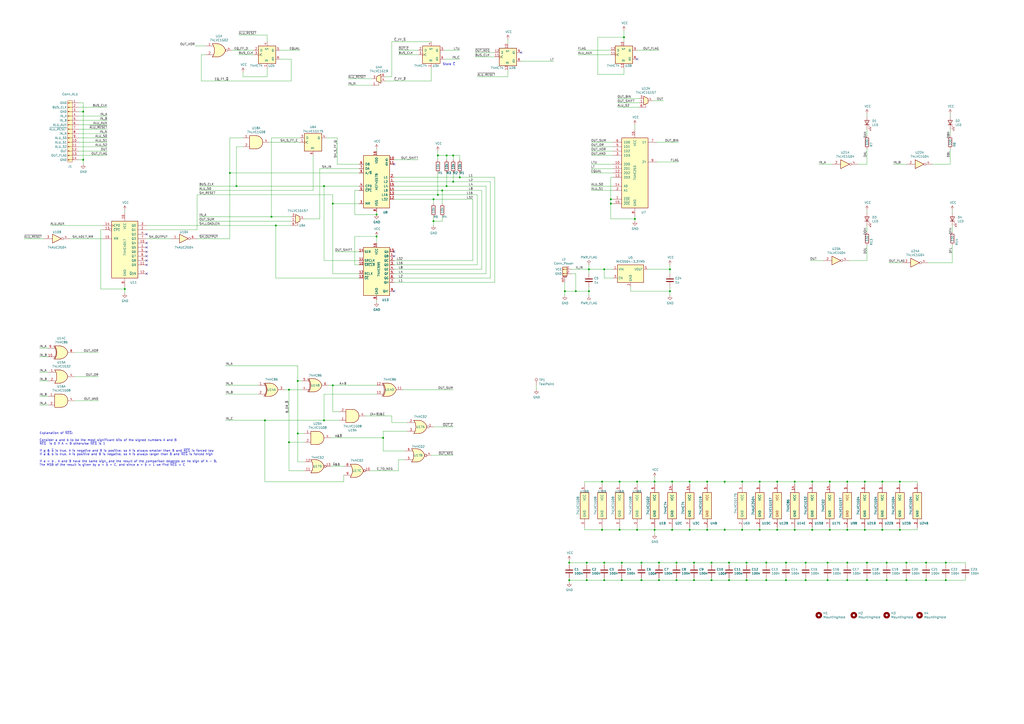
<source format=kicad_sch>
(kicad_sch (version 20211123) (generator eeschema)
  (paper "A2")
  (junction (at 392.43 336.55))
  (junction (at 251.46 128.27))
  (junction (at 266.7 102.87))
  (junction (at 262.89 90.17))
  (junction (at 172.72 220.98))
  (junction (at 410.21 279.4))
  (junction (at 369.57 279.4))
  (junction (at 340.36 336.55))
  (junction (at 341.63 168.91))
  (junction (at 467.36 336.55))
  (junction (at 444.5 326.39))
  (junction (at 511.81 279.4))
  (junction (at 444.5 336.55))
  (junction (at 172.72 251.46))
  (junction (at 537.21 336.55))
  (junction (at 491.49 307.34))
  (junction (at 372.11 336.55))
  (junction (at 400.05 307.34))
  (junction (at 388.62 156.21))
  (junction (at 157.48 125.73))
  (junction (at 330.2 326.39))
  (junction (at 341.63 156.21))
  (junction (at 389.89 279.4))
  (junction (at 440.69 307.34))
  (junction (at 368.3 127))
  (junction (at 392.43 326.39))
  (junction (at 402.59 336.55))
  (junction (at 222.25 254))
  (junction (at 218.44 124.46))
  (junction (at 251.46 115.57))
  (junction (at 359.41 307.34))
  (junction (at 440.69 279.4))
  (junction (at 433.07 326.39))
  (junction (at 187.96 107.95))
  (junction (at 360.68 336.55))
  (junction (at 480.06 326.39))
  (junction (at 187.96 243.84))
  (junction (at 262.89 105.41))
  (junction (at 137.16 107.95))
  (junction (at 340.36 326.39))
  (junction (at 327.66 168.91))
  (junction (at 420.37 307.34))
  (junction (at 471.17 307.34))
  (junction (at 461.01 307.34))
  (junction (at 359.41 279.4))
  (junction (at 430.53 307.34))
  (junction (at 259.08 90.17))
  (junction (at 382.27 336.55))
  (junction (at 461.01 279.4))
  (junction (at 167.64 226.06))
  (junction (at 521.97 279.4))
  (junction (at 402.59 326.39))
  (junction (at 511.81 307.34))
  (junction (at 379.73 279.4))
  (junction (at 382.27 326.39))
  (junction (at 389.89 307.34))
  (junction (at 349.25 307.34))
  (junction (at 167.64 256.54))
  (junction (at 548.64 326.39))
  (junction (at 455.93 326.39))
  (junction (at 350.52 156.21))
  (junction (at 502.92 326.39))
  (junction (at 350.52 326.39))
  (junction (at 379.73 307.34))
  (junction (at 491.49 336.55))
  (junction (at 422.91 326.39))
  (junction (at 491.49 326.39))
  (junction (at 72.39 167.64))
  (junction (at 354.33 118.11))
  (junction (at 133.35 100.33))
  (junction (at 388.62 168.91))
  (junction (at 153.67 243.84))
  (junction (at 502.92 336.55))
  (junction (at 330.2 336.55))
  (junction (at 537.21 326.39))
  (junction (at 525.78 336.55))
  (junction (at 259.08 107.95))
  (junction (at 334.01 168.91))
  (junction (at 525.78 326.39))
  (junction (at 514.35 336.55))
  (junction (at 467.36 326.39))
  (junction (at 481.33 307.34))
  (junction (at 350.52 336.55))
  (junction (at 521.97 307.34))
  (junction (at 471.17 279.4))
  (junction (at 412.75 326.39))
  (junction (at 422.91 336.55))
  (junction (at 360.68 326.39))
  (junction (at 412.75 336.55))
  (junction (at 193.04 223.52))
  (junction (at 514.35 326.39))
  (junction (at 193.04 118.11))
  (junction (at 455.93 336.55))
  (junction (at 400.05 279.4))
  (junction (at 430.53 279.4))
  (junction (at 354.33 115.57))
  (junction (at 254 90.17))
  (junction (at 491.49 279.4))
  (junction (at 369.57 307.34))
  (junction (at 410.21 307.34))
  (junction (at 48.26 64.77))
  (junction (at 372.11 326.39))
  (junction (at 480.06 336.55))
  (junction (at 361.95 21.59))
  (junction (at 256.54 110.49))
  (junction (at 433.07 336.55))
  (junction (at 501.65 279.4))
  (junction (at 218.44 137.16))
  (junction (at 450.85 307.34))
  (junction (at 254 113.03))
  (junction (at 160.02 130.81))
  (junction (at 548.64 336.55))
  (junction (at 48.26 92.71))
  (junction (at 420.37 279.4))
  (junction (at 501.65 307.34))
  (junction (at 481.33 279.4))
  (junction (at 450.85 279.4))
  (junction (at 349.25 279.4))
  (no_connect (at 85.09 140.97))
  (no_connect (at 85.09 146.05))
  (no_connect (at 228.6 168.91))
  (no_connect (at 85.09 153.67))
  (no_connect (at 85.09 135.89))
  (no_connect (at 228.6 146.05))
  (no_connect (at 228.6 95.25))
  (no_connect (at 85.09 148.59))
  (no_connect (at 369.57 34.29))
  (no_connect (at 228.6 148.59))
  (no_connect (at 85.09 143.51))
  (no_connect (at 85.09 158.75))
  (no_connect (at 302.26 30.48))
  (no_connect (at 85.09 151.13))
  (wire (pts (xy 266.7 100.33) (xy 266.7 102.87)))
  (wire (pts (xy 185.42 97.79) (xy 208.28 97.79)))
  (wire (pts (xy 172.72 267.97) (xy 176.53 267.97)))
  (wire (pts (xy 194.31 146.05) (xy 208.28 146.05)))
  (wire (pts (xy 433.07 326.39) (xy 444.5 326.39)))
  (wire (pts (xy 502.92 121.92) (xy 502.92 123.19)))
  (wire (pts (xy 266.7 102.87) (xy 287.02 102.87)))
  (wire (pts (xy 430.53 307.34) (xy 440.69 307.34)))
  (wire (pts (xy 48.26 92.71) (xy 45.72 92.71)))
  (wire (pts (xy 518.16 95.25) (xy 525.78 95.25)))
  (wire (pts (xy 153.67 243.84) (xy 187.96 243.84)))
  (wire (pts (xy 259.08 100.33) (xy 259.08 107.95)))
  (wire (pts (xy 185.42 97.79) (xy 185.42 127)))
  (wire (pts (xy 72.39 167.64) (xy 72.39 170.18)))
  (wire (pts (xy 541.02 95.25) (xy 551.18 95.25)))
  (wire (pts (xy 359.41 279.4) (xy 359.41 280.67)))
  (wire (pts (xy 548.64 327.66) (xy 548.64 326.39)))
  (wire (pts (xy 375.92 156.21) (xy 388.62 156.21)))
  (wire (pts (xy 525.78 326.39) (xy 525.78 327.66)))
  (wire (pts (xy 45.72 67.31) (xy 62.23 67.31)))
  (wire (pts (xy 342.9 97.79) (xy 355.6 97.79)))
  (wire (pts (xy 481.33 279.4) (xy 481.33 280.67)))
  (wire (pts (xy 481.33 307.34) (xy 491.49 307.34)))
  (wire (pts (xy 420.37 279.4) (xy 420.37 280.67)))
  (wire (pts (xy 410.21 279.4) (xy 420.37 279.4)))
  (wire (pts (xy 218.44 86.36) (xy 218.44 87.63)))
  (wire (pts (xy 525.78 336.55) (xy 514.35 336.55)))
  (wire (pts (xy 361.95 21.59) (xy 346.71 21.59)))
  (wire (pts (xy 172.72 251.46) (xy 176.53 251.46)))
  (wire (pts (xy 99.06 138.43) (xy 85.09 138.43)))
  (wire (pts (xy 491.49 326.39) (xy 502.92 326.39)))
  (wire (pts (xy 359.41 306.07) (xy 359.41 307.34)))
  (wire (pts (xy 167.64 226.06) (xy 165.1 226.06)))
  (wire (pts (xy 379.73 279.4) (xy 369.57 279.4)))
  (wire (pts (xy 228.6 110.49) (xy 256.54 110.49)))
  (wire (pts (xy 228.6 107.95) (xy 259.08 107.95)))
  (wire (pts (xy 422.91 326.39) (xy 433.07 326.39)))
  (wire (pts (xy 45.72 64.77) (xy 48.26 64.77)))
  (wire (pts (xy 372.11 336.55) (xy 382.27 336.55)))
  (wire (pts (xy 461.01 307.34) (xy 471.17 307.34)))
  (wire (pts (xy 138.43 31.75) (xy 147.32 31.75)))
  (wire (pts (xy 455.93 335.28) (xy 455.93 336.55)))
  (wire (pts (xy 361.95 21.59) (xy 361.95 24.13)))
  (wire (pts (xy 393.7 93.98) (xy 381 93.98)))
  (wire (pts (xy 560.07 335.28) (xy 560.07 336.55)))
  (wire (pts (xy 369.57 307.34) (xy 379.73 307.34)))
  (wire (pts (xy 40.64 138.43) (xy 59.69 138.43)))
  (wire (pts (xy 350.52 161.29) (xy 350.52 156.21)))
  (wire (pts (xy 410.21 307.34) (xy 420.37 307.34)))
  (wire (pts (xy 492.76 151.13) (xy 502.92 151.13)))
  (wire (pts (xy 340.36 327.66) (xy 340.36 326.39)))
  (wire (pts (xy 342.9 110.49) (xy 355.6 110.49)))
  (wire (pts (xy 346.71 21.59) (xy 346.71 43.18)))
  (wire (pts (xy 262.89 100.33) (xy 262.89 105.41)))
  (wire (pts (xy 157.48 80.01) (xy 157.48 125.73)))
  (wire (pts (xy 275.59 30.48) (xy 287.02 30.48)))
  (wire (pts (xy 474.98 95.25) (xy 482.6 95.25)))
  (wire (pts (xy 251.46 128.27) (xy 251.46 130.81)))
  (wire (pts (xy 379.73 307.34) (xy 389.89 307.34)))
  (wire (pts (xy 231.14 273.05) (xy 231.14 266.7)))
  (wire (pts (xy 22.86 220.98) (xy 27.94 220.98)))
  (wire (pts (xy 502.92 74.93) (xy 502.92 78.74)))
  (wire (pts (xy 552.45 130.81) (xy 552.45 134.62)))
  (wire (pts (xy 372.11 326.39) (xy 360.68 326.39)))
  (wire (pts (xy 360.68 336.55) (xy 372.11 336.55)))
  (wire (pts (xy 379.73 279.4) (xy 389.89 279.4)))
  (wire (pts (xy 491.49 280.67) (xy 491.49 279.4)))
  (wire (pts (xy 491.49 279.4) (xy 501.65 279.4)))
  (wire (pts (xy 480.06 335.28) (xy 480.06 336.55)))
  (wire (pts (xy 379.73 276.86) (xy 379.73 279.4)))
  (wire (pts (xy 45.72 77.47) (xy 62.23 77.47)))
  (wire (pts (xy 167.64 226.06) (xy 175.26 226.06)))
  (wire (pts (xy 379.73 309.88) (xy 379.73 307.34)))
  (wire (pts (xy 334.01 168.91) (xy 341.63 168.91)))
  (wire (pts (xy 162.56 29.21) (xy 173.99 29.21)))
  (wire (pts (xy 133.35 80.01) (xy 133.35 100.33)))
  (wire (pts (xy 420.37 279.4) (xy 430.53 279.4)))
  (wire (pts (xy 222.25 254) (xy 222.25 261.62)))
  (wire (pts (xy 511.81 307.34) (xy 511.81 306.07)))
  (wire (pts (xy 193.04 118.11) (xy 208.28 118.11)))
  (wire (pts (xy 116.84 31.75) (xy 119.38 31.75)))
  (wire (pts (xy 62.23 72.39) (xy 45.72 72.39)))
  (wire (pts (xy 62.23 62.23) (xy 45.72 62.23)))
  (wire (pts (xy 228.6 153.67) (xy 276.86 153.67)))
  (wire (pts (xy 114.3 113.03) (xy 193.04 113.03)))
  (wire (pts (xy 173.99 80.01) (xy 157.48 80.01)))
  (wire (pts (xy 327.66 163.83) (xy 327.66 168.91)))
  (wire (pts (xy 212.09 241.3) (xy 227.33 241.3)))
  (wire (pts (xy 491.49 279.4) (xy 481.33 279.4)))
  (wire (pts (xy 514.35 336.55) (xy 502.92 336.55)))
  (wire (pts (xy 552.45 121.92) (xy 552.45 123.19)))
  (wire (pts (xy 57.15 218.44) (xy 43.18 218.44)))
  (wire (pts (xy 201.93 45.72) (xy 215.9 45.72)))
  (wire (pts (xy 227.33 44.45) (xy 227.33 24.13)))
  (wire (pts (xy 342.9 100.33) (xy 355.6 100.33)))
  (wire (pts (xy 58.42 167.64) (xy 72.39 167.64)))
  (wire (pts (xy 27.94 234.95) (xy 22.86 234.95)))
  (wire (pts (xy 153.67 243.84) (xy 153.67 279.4)))
  (wire (pts (xy 440.69 306.07) (xy 440.69 307.34)))
  (wire (pts (xy 340.36 335.28) (xy 340.36 336.55)))
  (wire (pts (xy 410.21 306.07) (xy 410.21 307.34)))
  (wire (pts (xy 140.97 85.09) (xy 137.16 85.09)))
  (wire (pts (xy 388.62 153.67) (xy 388.62 156.21)))
  (wire (pts (xy 276.86 44.45) (xy 294.64 44.45)))
  (wire (pts (xy 440.69 279.4) (xy 450.85 279.4)))
  (wire (pts (xy 115.57 125.73) (xy 157.48 125.73)))
  (wire (pts (xy 193.04 223.52) (xy 193.04 238.76)))
  (wire (pts (xy 228.6 105.41) (xy 262.89 105.41)))
  (wire (pts (xy 157.48 125.73) (xy 168.91 125.73)))
  (wire (pts (xy 450.85 306.07) (xy 450.85 307.34)))
  (wire (pts (xy 422.91 336.55) (xy 433.07 336.55)))
  (wire (pts (xy 330.2 325.12) (xy 330.2 326.39)))
  (wire (pts (xy 514.35 335.28) (xy 514.35 336.55)))
  (wire (pts (xy 502.92 326.39) (xy 514.35 326.39)))
  (wire (pts (xy 400.05 306.07) (xy 400.05 307.34)))
  (wire (pts (xy 422.91 327.66) (xy 422.91 326.39)))
  (wire (pts (xy 256.54 118.11) (xy 256.54 110.49)))
  (wire (pts (xy 491.49 307.34) (xy 491.49 306.07)))
  (wire (pts (xy 262.89 90.17) (xy 266.7 90.17)))
  (wire (pts (xy 187.96 243.84) (xy 196.85 243.84)))
  (wire (pts (xy 294.64 44.45) (xy 294.64 40.64)))
  (wire (pts (xy 62.23 74.93) (xy 45.72 74.93)))
  (wire (pts (xy 410.21 280.67) (xy 410.21 279.4)))
  (wire (pts (xy 45.72 85.09) (xy 62.23 85.09)))
  (wire (pts (xy 422.91 335.28) (xy 422.91 336.55)))
  (wire (pts (xy 511.81 279.4) (xy 521.97 279.4)))
  (wire (pts (xy 262.89 105.41) (xy 284.48 105.41)))
  (wire (pts (xy 222.25 250.19) (xy 236.22 250.19)))
  (wire (pts (xy 173.99 82.55) (xy 156.21 82.55)))
  (wire (pts (xy 412.75 335.28) (xy 412.75 336.55)))
  (wire (pts (xy 133.35 100.33) (xy 208.28 100.33)))
  (wire (pts (xy 340.36 326.39) (xy 350.52 326.39)))
  (wire (pts (xy 521.97 307.34) (xy 521.97 306.07)))
  (wire (pts (xy 359.41 307.34) (xy 369.57 307.34)))
  (wire (pts (xy 402.59 336.55) (xy 412.75 336.55)))
  (wire (pts (xy 389.89 307.34) (xy 400.05 307.34)))
  (wire (pts (xy 187.96 151.13) (xy 208.28 151.13)))
  (wire (pts (xy 254 90.17) (xy 254 87.63)))
  (wire (pts (xy 388.62 168.91) (xy 388.62 166.37)))
  (wire (pts (xy 370.84 59.69) (xy 358.14 59.69)))
  (wire (pts (xy 514.35 326.39) (xy 525.78 326.39)))
  (wire (pts (xy 256.54 125.73) (xy 256.54 128.27)))
  (wire (pts (xy 360.68 327.66) (xy 360.68 326.39)))
  (wire (pts (xy 251.46 115.57) (xy 251.46 118.11)))
  (wire (pts (xy 388.62 171.45) (xy 388.62 168.91)))
  (wire (pts (xy 400.05 307.34) (xy 410.21 307.34)))
  (wire (pts (xy 501.65 307.34) (xy 511.81 307.34)))
  (wire (pts (xy 349.25 279.4) (xy 349.25 280.67)))
  (wire (pts (xy 378.46 58.42) (xy 384.81 58.42)))
  (wire (pts (xy 365.76 166.37) (xy 365.76 168.91)))
  (wire (pts (xy 115.57 107.95) (xy 137.16 107.95)))
  (wire (pts (xy 311.15 223.52) (xy 311.15 226.06)))
  (wire (pts (xy 532.13 307.34) (xy 532.13 306.07)))
  (wire (pts (xy 274.32 115.57) (xy 251.46 115.57)))
  (wire (pts (xy 525.78 335.28) (xy 525.78 336.55)))
  (wire (pts (xy 502.92 66.04) (xy 502.92 67.31)))
  (wire (pts (xy 154.94 24.13) (xy 154.94 20.32)))
  (wire (pts (xy 62.23 90.17) (xy 45.72 90.17)))
  (wire (pts (xy 342.9 90.17) (xy 355.6 90.17)))
  (wire (pts (xy 480.06 326.39) (xy 491.49 326.39)))
  (wire (pts (xy 193.04 238.76) (xy 196.85 238.76)))
  (wire (pts (xy 130.81 212.09) (xy 172.72 212.09)))
  (wire (pts (xy 262.89 226.06) (xy 233.68 226.06)))
  (wire (pts (xy 160.02 130.81) (xy 160.02 161.29)))
  (wire (pts (xy 215.9 49.53) (xy 201.93 49.53)))
  (wire (pts (xy 330.2 326.39) (xy 340.36 326.39)))
  (wire (pts (xy 350.52 156.21) (xy 355.6 156.21)))
  (wire (pts (xy 195.58 95.25) (xy 208.28 95.25)))
  (wire (pts (xy 502.92 142.24) (xy 502.92 151.13)))
  (wire (pts (xy 368.3 127) (xy 354.33 127)))
  (wire (pts (xy 491.49 327.66) (xy 491.49 326.39)))
  (wire (pts (xy 57.15 204.47) (xy 43.18 204.47)))
  (wire (pts (xy 114.3 138.43) (xy 133.35 138.43)))
  (wire (pts (xy 222.25 254) (xy 222.25 250.19)))
  (wire (pts (xy 471.17 280.67) (xy 471.17 279.4)))
  (wire (pts (xy 551.18 74.93) (xy 551.18 78.74)))
  (wire (pts (xy 355.6 115.57) (xy 354.33 115.57)))
  (wire (pts (xy 420.37 306.07) (xy 420.37 307.34)))
  (wire (pts (xy 262.89 247.65) (xy 251.46 247.65)))
  (wire (pts (xy 355.6 87.63) (xy 342.9 87.63)))
  (wire (pts (xy 195.58 80.01) (xy 195.58 95.25)))
  (wire (pts (xy 205.74 137.16) (xy 218.44 137.16)))
  (wire (pts (xy 276.86 153.67) (xy 276.86 113.03)))
  (wire (pts (xy 116.84 46.99) (xy 116.84 31.75)))
  (wire (pts (xy 402.59 327.66) (xy 402.59 326.39)))
  (wire (pts (xy 154.94 44.45) (xy 154.94 39.37)))
  (wire (pts (xy 137.16 107.95) (xy 187.96 107.95)))
  (wire (pts (xy 365.76 168.91) (xy 388.62 168.91)))
  (wire (pts (xy 274.32 115.57) (xy 274.32 151.13)))
  (wire (pts (xy 551.18 86.36) (xy 551.18 95.25)))
  (wire (pts (xy 537.21 326.39) (xy 548.64 326.39)))
  (wire (pts (xy 379.73 279.4) (xy 379.73 280.67)))
  (wire (pts (xy 379.73 306.07) (xy 379.73 307.34)))
  (wire (pts (xy 149.86 223.52) (xy 130.81 223.52)))
  (wire (pts (xy 538.48 152.4) (xy 552.45 152.4)))
  (wire (pts (xy 191.77 254) (xy 222.25 254)))
  (wire (pts (xy 162.56 34.29) (xy 168.91 34.29)))
  (wire (pts (xy 420.37 307.34) (xy 430.53 307.34)))
  (wire (pts (xy 330.2 335.28) (xy 330.2 336.55)))
  (wire (pts (xy 199.39 279.4) (xy 199.39 275.59)))
  (wire (pts (xy 189.23 80.01) (xy 195.58 80.01)))
  (wire (pts (xy 349.25 306.07) (xy 349.25 307.34)))
  (wire (pts (xy 331.47 156.21) (xy 341.63 156.21)))
  (wire (pts (xy 368.3 72.39) (xy 368.3 74.93)))
  (wire (pts (xy 467.36 336.55) (xy 455.93 336.55)))
  (wire (pts (xy 222.25 261.62) (xy 234.95 261.62)))
  (wire (pts (xy 48.26 95.25) (xy 48.26 92.71)))
  (wire (pts (xy 372.11 327.66) (xy 372.11 326.39)))
  (wire (pts (xy 181.61 110.49) (xy 181.61 90.17)))
  (wire (pts (xy 480.06 336.55) (xy 467.36 336.55)))
  (wire (pts (xy 256.54 110.49) (xy 279.4 110.49)))
  (wire (pts (xy 153.67 279.4) (xy 199.39 279.4)))
  (wire (pts (xy 430.53 280.67) (xy 430.53 279.4)))
  (wire (pts (xy 62.23 69.85) (xy 45.72 69.85)))
  (wire (pts (xy 491.49 307.34) (xy 501.65 307.34)))
  (wire (pts (xy 491.49 336.55) (xy 480.06 336.55)))
  (wire (pts (xy 501.65 279.4) (xy 511.81 279.4)))
  (wire (pts (xy 368.3 127) (xy 368.3 128.27)))
  (wire (pts (xy 205.74 153.67) (xy 205.74 137.16)))
  (wire (pts (xy 250.19 39.37) (xy 250.19 46.99)))
  (wire (pts (xy 382.27 335.28) (xy 382.27 336.55)))
  (wire (pts (xy 389.89 306.07) (xy 389.89 307.34)))
  (wire (pts (xy 187.96 243.84) (xy 187.96 228.6)))
  (wire (pts (xy 242.57 92.71) (xy 228.6 92.71)))
  (wire (pts (xy 176.53 127) (xy 185.42 127)))
  (wire (pts (xy 176.53 256.54) (xy 167.64 256.54)))
  (wire (pts (xy 22.86 229.87) (xy 27.94 229.87)))
  (wire (pts (xy 339.09 307.34) (xy 349.25 307.34)))
  (wire (pts (xy 400.05 279.4) (xy 410.21 279.4)))
  (wire (pts (xy 412.75 336.55) (xy 422.91 336.55)))
  (wire (pts (xy 355.6 82.55) (xy 342.9 82.55)))
  (wire (pts (xy 433.07 336.55) (xy 433.07 335.28)))
  (wire (pts (xy 350.52 327.66) (xy 350.52 326.39)))
  (wire (pts (xy 13.97 138.43) (xy 25.4 138.43)))
  (wire (pts (xy 218.44 137.16) (xy 218.44 140.97)))
  (wire (pts (xy 154.94 20.32) (xy 138.43 20.32)))
  (wire (pts (xy 27.94 215.9) (xy 22.86 215.9)))
  (wire (pts (xy 392.43 326.39) (xy 392.43 327.66)))
  (wire (pts (xy 242.57 29.21) (xy 231.14 29.21)))
  (wire (pts (xy 251.46 125.73) (xy 251.46 128.27)))
  (wire (pts (xy 228.6 156.21) (xy 279.4 156.21)))
  (wire (pts (xy 349.25 279.4) (xy 339.09 279.4)))
  (wire (pts (xy 521.97 307.34) (xy 532.13 307.34)))
  (wire (pts (xy 114.3 133.35) (xy 114.3 113.03)))
  (wire (pts (xy 369.57 279.4) (xy 369.57 280.67)))
  (wire (pts (xy 521.97 279.4) (xy 532.13 279.4)))
  (wire (pts (xy 444.5 326.39) (xy 444.5 327.66)))
  (wire (pts (xy 361.95 17.78) (xy 361.95 21.59)))
  (wire (pts (xy 228.6 113.03) (xy 254 113.03)))
  (wire (pts (xy 461.01 306.07) (xy 461.01 307.34)))
  (wire (pts (xy 511.81 279.4) (xy 511.81 280.67)))
  (wire (pts (xy 354.33 118.11) (xy 355.6 118.11)))
  (wire (pts (xy 254 90.17) (xy 259.08 90.17)))
  (wire (pts (xy 160.02 130.81) (xy 168.91 130.81)))
  (wire (pts (xy 560.07 327.66) (xy 560.07 326.39)))
  (wire (pts (xy 402.59 326.39) (xy 412.75 326.39)))
  (wire (pts (xy 167.64 256.54) (xy 167.64 273.05)))
  (wire (pts (xy 471.17 279.4) (xy 481.33 279.4)))
  (wire (pts (xy 228.6 151.13) (xy 274.32 151.13)))
  (wire (pts (xy 228.6 102.87) (xy 266.7 102.87)))
  (wire (pts (xy 440.69 279.4) (xy 440.69 280.67)))
  (wire (pts (xy 119.38 26.67) (xy 113.03 26.67)))
  (wire (pts (xy 537.21 336.55) (xy 525.78 336.55)))
  (wire (pts (xy 548.64 326.39) (xy 560.07 326.39)))
  (wire (pts (xy 250.19 264.16) (xy 262.89 264.16)))
  (wire (pts (xy 392.43 335.28) (xy 392.43 336.55)))
  (wire (pts (xy 471.17 306.07) (xy 471.17 307.34)))
  (wire (pts (xy 193.04 223.52) (xy 218.44 223.52)))
  (wire (pts (xy 115.57 110.49) (xy 181.61 110.49)))
  (wire (pts (xy 331.47 158.75) (xy 334.01 158.75)))
  (wire (pts (xy 133.35 100.33) (xy 133.35 138.43)))
  (wire (pts (xy 208.28 153.67) (xy 205.74 153.67)))
  (wire (pts (xy 514.35 327.66) (xy 514.35 326.39)))
  (wire (pts (xy 223.52 44.45) (xy 227.33 44.45)))
  (wire (pts (xy 372.11 335.28) (xy 372.11 336.55)))
  (wire (pts (xy 369.57 306.07) (xy 369.57 307.34)))
  (wire (pts (xy 450.85 279.4) (xy 450.85 280.67)))
  (wire (pts (xy 330.2 326.39) (xy 330.2 327.66)))
  (wire (pts (xy 327.66 168.91) (xy 334.01 168.91)))
  (wire (pts (xy 440.69 307.34) (xy 450.85 307.34)))
  (wire (pts (xy 342.9 107.95) (xy 355.6 107.95)))
  (wire (pts (xy 231.14 31.75) (xy 242.57 31.75)))
  (wire (pts (xy 501.65 279.4) (xy 501.65 280.67)))
  (wire (pts (xy 515.62 152.4) (xy 523.24 152.4)))
  (wire (pts (xy 361.95 43.18) (xy 361.95 39.37)))
  (wire (pts (xy 341.63 156.21) (xy 350.52 156.21)))
  (wire (pts (xy 354.33 102.87) (xy 354.33 115.57)))
  (wire (pts (xy 27.94 201.93) (xy 22.86 201.93)))
  (wire (pts (xy 502.92 130.81) (xy 502.92 134.62)))
  (wire (pts (xy 168.91 46.99) (xy 116.84 46.99)))
  (wire (pts (xy 218.44 124.46) (xy 218.44 123.19)))
  (wire (pts (xy 382.27 29.21) (xy 369.57 29.21)))
  (wire (pts (xy 62.23 87.63) (xy 45.72 87.63)))
  (wire (pts (xy 257.81 29.21) (xy 266.7 29.21)))
  (wire (pts (xy 537.21 326.39) (xy 537.21 327.66)))
  (wire (pts (xy 140.97 41.91) (xy 140.97 44.45)))
  (wire (pts (xy 218.44 173.99) (xy 218.44 175.26)))
  (wire (pts (xy 250.19 24.13) (xy 227.33 24.13)))
  (wire (pts (xy 59.69 133.35) (xy 58.42 133.35)))
  (wire (pts (xy 214.63 273.05) (xy 231.14 273.05)))
  (wire (pts (xy 205.74 110.49) (xy 205.74 124.46)))
  (wire (pts (xy 370.84 57.15) (xy 358.14 57.15)))
  (wire (pts (xy 231.14 266.7) (xy 234.95 266.7)))
  (wire (pts (xy 511.81 307.34) (xy 521.97 307.34)))
  (wire (pts (xy 190.5 223.52) (xy 193.04 223.52)))
  (wire (pts (xy 354.33 29.21) (xy 335.28 29.21)))
  (wire (pts (xy 58.42 133.35) (xy 58.42 167.64)))
  (wire (pts (xy 350.52 336.55) (xy 360.68 336.55)))
  (wire (pts (xy 444.5 326.39) (xy 455.93 326.39)))
  (wire (pts (xy 389.89 280.67) (xy 389.89 279.4)))
  (wire (pts (xy 294.64 22.86) (xy 294.64 25.4)))
  (wire (pts (xy 130.81 243.84) (xy 153.67 243.84)))
  (wire (pts (xy 228.6 115.57) (xy 251.46 115.57)))
  (wire (pts (xy 444.5 336.55) (xy 444.5 335.28)))
  (wire (pts (xy 187.96 107.95) (xy 208.28 107.95)))
  (wire (pts (xy 335.28 31.75) (xy 354.33 31.75)))
  (wire (pts (xy 430.53 279.4) (xy 440.69 279.4)))
  (wire (pts (xy 48.26 64.77) (xy 48.26 92.71)))
  (wire (pts (xy 481.33 306.07) (xy 481.33 307.34)))
  (wire (pts (xy 560.07 336.55) (xy 548.64 336.55)))
  (wire (pts (xy 355.6 161.29) (xy 350.52 161.29)))
  (wire (pts (xy 368.3 125.73) (xy 368.3 127)))
  (wire (pts (xy 341.63 158.75) (xy 341.63 156.21)))
  (wire (pts (xy 149.86 228.6) (xy 130.81 228.6)))
  (wire (pts (xy 354.33 127) (xy 354.33 118.11)))
  (wire (pts (xy 461.01 279.4) (xy 471.17 279.4)))
  (wire (pts (xy 552.45 142.24) (xy 552.45 152.4)))
  (wire (pts (xy 450.85 307.34) (xy 461.01 307.34)))
  (wire (pts (xy 72.39 167.64) (xy 72.39 166.37)))
  (wire (pts (xy 172.72 220.98) (xy 172.72 251.46)))
  (wire (pts (xy 57.15 232.41) (xy 43.18 232.41)))
  (wire (pts (xy 114.3 133.35) (xy 85.09 133.35)))
  (wire (pts (xy 346.71 43.18) (xy 361.95 43.18)))
  (wire (pts (xy 287.02 163.83) (xy 287.02 102.87)))
  (wire (pts (xy 302.26 35.56) (xy 321.31 35.56)))
  (wire (pts (xy 167.64 273.05) (xy 176.53 273.05)))
  (wire (pts (xy 193.04 113.03) (xy 193.04 118.11)))
  (wire (pts (xy 334.01 158.75) (xy 334.01 168.91)))
  (wire (pts (xy 172.72 251.46) (xy 172.72 267.97)))
  (wire (pts (xy 262.89 92.71) (xy 262.89 90.17)))
  (wire (pts (xy 455.93 336.55) (xy 444.5 336.55)))
  (wire (pts (xy 355.6 102.87) (xy 354.33 102.87)))
  (wire (pts (xy 187.96 107.95) (xy 187.96 151.13)))
  (wire (pts (xy 455.93 326.39) (xy 467.36 326.39)))
  (wire (pts (xy 392.43 326.39) (xy 402.59 326.39)))
  (wire (pts (xy 359.41 279.4) (xy 349.25 279.4)))
  (wire (pts (xy 480.06 327.66) (xy 480.06 326.39)))
  (wire (pts (xy 254 113.03) (xy 276.86 113.03)))
  (wire (pts (xy 330.2 336.55) (xy 330.2 337.82)))
  (wire (pts (xy 259.08 90.17) (xy 262.89 90.17)))
  (wire (pts (xy 45.72 59.69) (xy 48.26 59.69)))
  (wire (pts (xy 259.08 92.71) (xy 259.08 90.17)))
  (wire (pts (xy 327.66 168.91) (xy 327.66 171.45)))
  (wire (pts (xy 342.9 85.09) (xy 355.6 85.09)))
  (wire (pts (xy 400.05 280.67) (xy 400.05 279.4)))
  (wire (pts (xy 205.74 124.46) (xy 218.44 124.46)))
  (wire (pts (xy 193.04 158.75) (xy 208.28 158.75)))
  (wire (pts (xy 532.13 279.4) (xy 532.13 280.67)))
  (wire (pts (xy 467.36 326.39) (xy 480.06 326.39)))
  (wire (pts (xy 72.39 121.92) (xy 72.39 123.19)))
  (wire (pts (xy 350.52 326.39) (xy 360.68 326.39)))
  (wire (pts (xy 502.92 336.55) (xy 491.49 336.55)))
  (wire (pts (xy 341.63 153.67) (xy 341.63 156.21)))
  (wire (pts (xy 370.84 62.23) (xy 358.14 62.23)))
  (wire (pts (xy 342.9 95.25) (xy 355.6 95.25)))
  (wire (pts (xy 402.59 335.28) (xy 402.59 336.55)))
  (wire (pts (xy 254 92.71) (xy 254 90.17)))
  (wire (pts (xy 551.18 66.04) (xy 551.18 67.31)))
  (wire (pts (xy 392.43 336.55) (xy 402.59 336.55)))
  (wire (pts (xy 140.97 44.45) (xy 154.94 44.45)))
  (wire (pts (xy 521.97 279.4) (xy 521.97 280.67)))
  (wire (pts (xy 461.01 280.67) (xy 461.01 279.4)))
  (wire (pts (xy 502.92 327.66) (xy 502.92 326.39)))
  (wire (pts (xy 259.08 107.95) (xy 281.94 107.95)))
  (wire (pts (xy 160.02 161.29) (xy 208.28 161.29)))
  (wire (pts (xy 548.64 335.28) (xy 548.64 336.55)))
  (wire (pts (xy 137.16 85.09) (xy 137.16 107.95)))
  (wire (pts (xy 254 113.03) (xy 254 100.33)))
  (wire (pts (xy 266.7 90.17) (xy 266.7 92.71)))
  (wire (pts (xy 471.17 307.34) (xy 481.33 307.34)))
  (wire (pts (xy 349.25 307.34) (xy 359.41 307.34)))
  (wire (pts (xy 360.68 335.28) (xy 360.68 336.55)))
  (wire (pts (xy 191.77 270.51) (xy 199.39 270.51)))
  (wire (pts (xy 45.72 80.01) (xy 62.23 80.01)))
  (wire (pts (xy 389.89 279.4) (xy 400.05 279.4)))
  (wire (pts (xy 341.63 171.45) (xy 341.63 168.91)))
  (wire (pts (xy 455.93 327.66) (xy 455.93 326.39)))
  (wire (pts (xy 227.33 241.3) (xy 227.33 245.11)))
  (wire (pts (xy 501.65 307.34) (xy 501.65 306.07)))
  (wire (pts (xy 134.62 29.21) (xy 147.32 29.21)))
  (wire (pts (xy 48.26 59.69) (xy 48.26 64.77)))
  (wire (pts (xy 193.04 118.11) (xy 193.04 158.75)))
  (wire (pts (xy 412.75 327.66) (xy 412.75 326.39)))
  (wire (pts (xy 115.57 128.27) (xy 168.91 128.27)))
  (wire (pts (xy 266.7 34.29) (xy 257.81 34.29)))
  (wire (pts (xy 140.97 80.01) (xy 133.35 80.01)))
  (wire (pts (xy 548.64 336.55) (xy 537.21 336.55)))
  (wire (pts (xy 469.9 151.13) (xy 477.52 151.13)))
  (wire (pts (xy 228.6 158.75) (xy 281.94 158.75)))
  (wire (pts (xy 382.27 336.55) (xy 392.43 336.55)))
  (wire (pts (xy 491.49 335.28) (xy 491.49 336.55)))
  (wire (pts (xy 497.84 95.25) (xy 502.92 95.25)))
  (wire (pts (xy 388.62 156.21) (xy 388.62 158.75)))
  (wire (pts (xy 450.85 279.4) (xy 461.01 279.4)))
  (wire (pts (xy 382.27 326.39) (xy 382.27 327.66)))
  (wire (pts (xy 354.33 115.57) (xy 354.33 118.11)))
  (wire (pts (xy 228.6 163.83) (xy 287.02 163.83)))
  (wire (pts (xy 433.07 336.55) (xy 444.5 336.55)))
  (wire (pts (xy 430.53 306.07) (xy 430.53 307.34)))
  (wire (pts (xy 350.52 335.28) (xy 350.52 336.55)))
  (wire (pts (xy 281.94 158.75) (xy 281.94 107.95)))
  (wire (pts (xy 525.78 326.39) (xy 537.21 326.39)))
  (wire (pts (xy 187.96 228.6) (xy 218.44 228.6)))
  (wire (pts (xy 467.36 327.66) (xy 467.36 326.39)))
  (wire (pts (xy 339.09 279.4) (xy 339.09 280.67)))
  (wire (pts (xy 369.57 279.4) (xy 359.41 279.4)))
  (wire (pts (xy 172.72 220.98) (xy 175.26 220.98)))
  (wire (pts (xy 537.21 335.28) (xy 537.21 336.55)))
  (wire (pts (xy 382.27 326.39) (xy 392.43 326.39)))
  (wire (pts (xy 227.33 245.11) (xy 236.22 245.11)))
  (wire (pts (xy 412.75 326.39) (xy 422.91 326.39)))
  (wire (pts (xy 251.46 128.27) (xy 256.54 128.27)))
  (wire (pts (xy 275.59 33.02) (xy 287.02 33.02)))
  (wire (pts (xy 393.7 82.55) (xy 381 82.55)))
  (wire (pts (xy 167.64 256.54) (xy 167.64 226.06)))
  (wire (pts (xy 330.2 336.55) (xy 340.36 336.55)))
  (wire (pts (xy 85.09 130.81) (xy 160.02 130.81)))
  (wire (pts (xy 208.28 110.49) (xy 205.74 110.49)))
  (wire (pts (xy 502.92 86.36) (xy 502.92 95.25)))
  (wire (pts (xy 467.36 335.28) (xy 467.36 336.55)))
  (wire (pts (xy 172.72 212.09) (xy 172.72 220.98)))
  (wire (pts (xy 502.92 335.28) (xy 502.92 336.55)))
  (wire (pts (xy 372.11 326.39) (xy 382.27 326.39)))
  (wire (pts (xy 284.48 105.41) (xy 284.48 161.29)))
  (wire (pts (xy 22.86 207.01) (xy 27.94 207.01)))
  (wire (pts (xy 340.36 336.55) (xy 350.52 336.55)))
  (wire (pts (xy 223.52 46.99) (xy 250.19 46.99)))
  (wire (pts (xy 228.6 161.29) (xy 284.48 161.29)))
  (wire (pts (xy 339.09 306.07) (xy 339.09 307.34)))
  (wire (pts (xy 433.07 326.39) (xy 433.07 327.66)))
  (wire (pts (xy 168.91 34.29) (xy 168.91 46.99)))
  (wire (pts (xy 341.63 168.91) (xy 341.63 166.37)))
  (wire (pts (xy 279.4 110.49) (xy 279.4 156.21)))
  (wire (pts (xy 29.21 130.81) (xy 59.69 130.81)))
  (wire (pts (xy 62.23 82.55) (xy 45.72 82.55)))
  (text "For LT/LTU:\n1. Set (S2 S1 S0) = (1 0 U)  (LTU/LT)\n2. Calculate A-B (keep IN_N high)\n3. Clock out one cycle\n4. Set (S2 S1 S0) = (1 0 0)  (LTU) and pull ~{ALU_RESET} low\n5. Clock out 31 cycles" (at 381 -21.59 0) (effects (font (size 1.27 1.27)) (justify left bottom)))
  (text "Store ~{C}" (at 264.16 38.1 180) (effects (font (size 1.27 1.27)) (justify right bottom)))
  (text "For SLL/SRL/SRA:\n1. Calculate 31 -/+/+ s with SH_LOADLEN asserted\n2. Set ~{SH_RESET} low for 1 clock cycle\n3. Clock in RS1 with SH_LOADLEN deasserted\n4. Clock out result with ~{SH_OUTPUT} low" (at 386.08 -1.27 0) (effects (font (size 1.27 1.27)) (justify left bottom)))
  (text "S2 S1 S0\n------------\n0  0  0  Add/Sub\n0  0  1  Or\n0  1  0  Xor\n0  1  1  And\n1  0  0  LTU\n1  0  1  LT\n1  1  0  SLL/SRL\n1  1  1  SRA\n\n   0  0  LTU\n   0  1  LT\n   1  0  EQUAL" (at 314.96 -13.97 0) (effects (font (size 1.27 1.27)) (justify left bottom)))
  (text "For flags:\n1. Calculate A-B\nLet ALU_AUX tick one cycle" (at 378.46 -41.91 0) (effects (font (size 1.27 1.27)) (justify left bottom)))
  (text "Explanation of ~{NEG}:\n\nConsider a and b to be the most significant bits of the signed numbers A and B\n~{NEG}  is 0 if A < B otherwise ~{NEG} is 1\n\nIf a & ~{b} is true, A is negative and B is positive, so A is always smaller than B and ~{NEG} is forced low\nIf ~{a} & b is true, A is positive and B is negative, so A is always larger than B and ~{NEG} is forced high\n\nIf a = b , A and B have the same sign, and the result of the comparison depends on he sign of A - B.\nThe MSB of the result is given by a + ~{b} + C, and since a + ~{b} = 1 we find ~{NEG} = C" (at 22.86 270.51 0) (effects (font (size 1.27 1.27)) (justify left bottom)))
  (text "Start ALU by deasserting ~{ALU_RESET} for 1 clock cycle" (at 226.06 -12.7 0) (effects (font (size 1.27 1.27)) (justify left bottom)))
  (label "L2" (at 233.68 161.29 180))
  (label "~{ALU_RESET}" (at 138.43 20.32 0))
  (label "LT" (at 342.9 97.79 0))
  (label "ALU_S1" (at 62.23 82.55 180))
  (label "L8" (at 233.68 156.21 180))
  (label "IN_N" (at 130.81 223.52 0))
  (label "IN_A" (at 22.86 215.9 0))
  (label "L1" (at 274.32 102.87 180))
  (label "IN_A" (at 22.86 234.95 0))
  (label "~{OUT_C}" (at 262.89 247.65 180))
  (label "LT" (at 321.31 35.56 180))
  (label "OUT" (at 62.23 87.63 180))
  (label "ALU_S1" (at 342.9 110.49 0))
  (label "ALU_S0" (at 62.23 80.01 180))
  (label "OUT_FLAG" (at 62.23 90.17 180))
  (label "B_OR_~{B}" (at 167.64 232.41 270))
  (label "SH_OUTPUT" (at 86.36 138.43 0))
  (label "BUS_CLK" (at 138.43 31.75 0))
  (label "IN_N" (at 201.93 49.53 0))
  (label "IN_B" (at 62.23 69.85 180))
  (label "OUT_OR" (at 57.15 218.44 180))
  (label "IN_A" (at 474.98 95.25 0))
  (label "SH_S_FF_Q" (at 195.58 81.28 270))
  (label "OUT_SHIFT" (at 358.14 59.69 0))
  (label "L32" (at 274.32 115.57 180))
  (label "L16" (at 274.32 113.03 180))
  (label "L16" (at 233.68 153.67 180))
  (label "~{ALU_RESET}" (at 62.23 74.93 180))
  (label "IN_C" (at 130.81 243.84 0))
  (label "OUT_SUM" (at 262.89 226.06 180))
  (label "SH_RESET" (at 115.57 113.03 0))
  (label "L4" (at 274.32 107.95 180))
  (label "IN_B" (at 22.86 207.01 0))
  (label "~{C}_FF_~{S}" (at 228.6 24.13 0))
  (label "EQ_FF_~{Q}" (at 124.46 46.99 0))
  (label "IN_C" (at 266.7 34.29 180))
  (label "~{OUT_C}" (at 231.14 29.21 0))
  (label "OUT_XOR" (at 57.15 204.47 180))
  (label "DFH" (at 552.45 132.08 270))
  (label "DAH" (at 502.92 76.2 270))
  (label "(A+B)&C" (at 214.63 241.3 0))
  (label "OUT_SHIFT" (at 242.57 92.71 180))
  (label "OUT_OR" (at 342.9 85.09 0))
  (label "L4" (at 233.68 158.75 180))
  (label "EQUAL" (at 173.99 29.21 180))
  (label "IN_B" (at 22.86 220.98 0))
  (label "OUT_SUM" (at 115.57 128.27 0))
  (label "BUS_CLK" (at 231.14 31.75 0))
  (label "ALU_S2" (at 358.14 62.23 0))
  (label "OUT_SHIFT" (at 194.31 146.05 0))
  (label "SH_4017_MR" (at 41.91 138.43 0))
  (label "FLAG" (at 393.7 93.98 180))
  (label "IN_B" (at 22.86 229.87 0))
  (label "L2" (at 274.32 105.41 180))
  (label "OUT" (at 469.9 151.13 0))
  (label "IN_A" (at 62.23 67.31 180))
  (label "V_IN" (at 334.01 156.21 0))
  (label "A+B" (at 196.85 223.52 0))
  (label "LTU" (at 266.7 29.21 180))
  (label "ALU_S2" (at 62.23 85.09 180))
  (label "DFL" (at 552.45 143.51 270))
  (label "OUT_AND" (at 57.15 232.41 180))
  (label "IN_A" (at 130.81 212.09 0))
  (label "~{ALU_RESET}" (at 201.93 45.72 0))
  (label "L1" (at 233.68 163.83 180))
  (label "SH_S_FF_C" (at 162.56 82.55 0))
  (label "DBH" (at 551.18 76.2 270))
  (label "ALU_AUX" (at 29.21 130.81 0))
  (label "~{C}_FF_~{R}" (at 228.6 46.99 0))
  (label "EQ_FF_D" (at 135.89 29.21 0))
  (label "OUT_FLAG" (at 382.27 29.21 180))
  (label "IN_A" (at 22.86 201.93 0))
  (label "C_TO_NEG" (at 218.44 273.05 0))
  (label "OUT" (at 384.81 58.42 180))
  (label "~{OUT_NEG}" (at 262.89 264.16 180))
  (label "~{ALU_RESET}" (at 13.97 138.43 0))
  (label "IN_N" (at 62.23 77.47 180))
  (label "SH_LOADLEN" (at 115.57 130.81 0))
  (label "OUT_AND" (at 342.9 90.17 0))
  (label "EQUAL" (at 342.9 100.33 0))
  (label "FLAG" (at 335.28 29.21 0))
  (label "DOH" (at 502.92 132.08 270))
  (label "ALU_AUX" (at 335.28 31.75 0))
  (label "OUT_SUM" (at 342.9 82.55 0))
  (label "LTU" (at 342.9 95.25 0))
  (label "L8" (at 274.32 110.49 180))
  (label "IN_B" (at 518.16 95.25 0))
  (label "~{ALU_RESET}" (at 276.86 44.45 0))
  (label "OUT_BIN" (at 393.7 82.55 180))
  (label "IN_A" (at 115.57 125.73 0))
  (label "DAL" (at 502.92 87.63 270))
  (label "DOL" (at 502.92 143.51 270))
  (label "OUT_BIN" (at 358.14 57.15 0))
  (label "OUT_XOR" (at 342.9 87.63 0))
  (label "~{OUT_NEG}" (at 275.59 30.48 0))
  (label "ALU_S0" (at 342.9 107.95 0))
  (label "A&~{B}" (at 194.31 254 0))
  (label "~{A}&B" (at 193.04 270.51 0))
  (label "OUT_FLAG" (at 515.62 152.4 0))
  (label "ALU_AUX" (at 62.23 72.39 180))
  (label "BUS_CLK" (at 275.59 33.02 0))
  (label "L32" (at 233.68 151.13 180))
  (label "OUT_XOR" (at 113.03 26.67 180))
  (label "IN_B" (at 130.81 228.6 0))
  (label "BUS_CLK" (at 62.23 62.23 180))
  (label "~{SH_OUTPUT}" (at 115.57 138.43 0))
  (label "SH_IN" (at 186.69 97.79 0))
  (label "DBL" (at 551.18 87.63 270))
  (label "ALU_S0" (at 115.57 110.49 0))
  (label "BUS_CLK" (at 115.57 107.95 0))
  (symbol (lib_id "riscv-serial:74LVC1G19") (at 219.71 45.72 0) (unit 1)
    (property "Reference" "U4" (at 219.71 38.9382 0))
    (property "Value" "74LVC1G19" (at 219.71 41.2496 0))
    (property "Footprint" "Package_TO_SOT_SMD:SOT-23-6_Handsoldering" (effects hide))
  )
  (symbol (lib_id "power:VCC") (at 294.64 22.86 0) (unit 1)
    (property "Reference" "#PWR?" (effects hide))
    (property "Value" "VCC" (at 295.0718 18.4658 0))
  )
  (symbol (lib_id "power:VCC") (at 140.97 41.91 0) (unit 1)
    (property "Reference" "#PWR?" (effects hide))
    (property "Value" "VCC" (at 141.4018 37.5158 0))
  )
  (symbol (lib_id "riscv-serial:74HC74") (at 361.95 31.75 0) (unit 2)
    (property "Reference" "U3" (at 364.49 38.1 0))
    (property "Value" "74HC74" (at 355.6 38.1 0))
    (property "Footprint" "Package_SO:SOIC-14_3.9x8.7mm_P1.27mm" (effects hide))
  )
  (symbol (lib_id "power:VCC") (at 361.95 17.78 0) (unit 1)
    (property "Reference" "#PWR?" (effects hide))
    (property "Value" "VCC" (at 362.3818 13.3858 0))
  )
  (symbol (lib_id "riscv-serial:74LVC1G157") (at 374.65 58.42 0) (unit 1)
    (property "Reference" "U12" (at 374.65 51.3588 0))
    (property "Value" "74LVC1G157" (at 374.65 53.6702 0))
    (property "Footprint" "Package_TO_SOT_SMD:SOT-23-6_Handsoldering" (effects hide))
  )
  (symbol (lib_id "riscv-serial:74HC86") (at 35.56 204.47 0)
    (property "Reference" "U14" (at 35.56 196.215 0))
    (property "Value" "74HC86" (at 35.56 198.5264 0))
    (property "Footprint" "Package_SO:SOIC-14_3.9x8.7mm_P1.27mm" (effects hide))
  )
  (symbol (lib_id "riscv-serial:74HC86") (at 182.88 223.52 0) (mirror x)
    (property "Reference" "U14" (at 182.88 223.52 0))
    (property "Value" "74HC86" (at 182.88 217.7796 0))
    (property "Footprint" "Package_SO:SOIC-14_3.9x8.7mm_P1.27mm" (effects hide))
  )
  (symbol (lib_id "riscv-serial:74HC86") (at 226.06 226.06 0)
    (property "Reference" "U14" (at 226.06 226.06 0))
    (property "Value" "74HC86" (at 226.06 220.1164 0))
    (property "Footprint" "Package_SO:SOIC-14_3.9x8.7mm_P1.27mm" (effects hide))
  )
  (symbol (lib_id "riscv-serial:74LVC1G08") (at 35.56 232.41 0)
    (property "Reference" "U16" (at 35.56 224.155 0))
    (property "Value" "74LVC1G08" (at 35.56 226.4664 0))
    (property "Footprint" "Package_TO_SOT_SMD:SOT-23-5_HandSoldering" (effects hide))
  )
  (symbol (lib_id "riscv-serial:74HC86") (at 157.48 226.06 0)
    (property "Reference" "U14" (at 157.48 226.06 0))
    (property "Value" "74HC86" (at 157.48 220.1164 0))
    (property "Footprint" "Package_SO:SOIC-14_3.9x8.7mm_P1.27mm" (effects hide))
  )
  (symbol (lib_id "riscv-serial:HEF4557B") (at 218.44 105.41 0)
    (property "Reference" "U8" (at 223.52 123.19 0))
    (property "Value" "HEF4557B" (at 218.44 105.41 90))
    (property "Footprint" "Package_SO:SOIC-16_3.9x9.9mm_P1.27mm" (effects hide))
  )
  (symbol (lib_id "74xx:74HC595") (at 218.44 156.21 0)
    (property "Reference" "U13" (at 223.52 173.99 0))
    (property "Value" "74HC595" (at 219.71 156.21 90))
    (property "Footprint" "Package_SO:SOIC-16_3.9x9.9mm_P1.27mm" (effects hide))
  )
  (symbol (lib_id "Device:R") (at 254 96.52 0)
    (property "Reference" "R5" (at 254 100.33 0) (effects (justify left)))
    (property "Value" "10k" (at 254 96.52 90))
    (property "Footprint" "Resistor_SMD:R_0805_2012Metric_Pad1.15x1.40mm_HandSolder" (effects hide))
  )
  (symbol (lib_id "Device:R") (at 266.7 96.52 0)
    (property "Reference" "R1" (at 266.7 100.33 0) (effects (justify left)))
    (property "Value" "10k" (at 266.7 96.52 90))
    (property "Footprint" "Resistor_SMD:R_0805_2012Metric_Pad1.15x1.40mm_HandSolder" (effects hide))
  )
  (symbol (lib_id "Device:R") (at 262.89 96.52 0)
    (property "Reference" "R2" (at 262.89 100.33 0) (effects (justify left)))
    (property "Value" "10k" (at 262.89 96.52 90))
    (property "Footprint" "Resistor_SMD:R_0805_2012Metric_Pad1.15x1.40mm_HandSolder" (effects hide))
  )
  (symbol (lib_id "Device:R") (at 251.46 121.92 0)
    (property "Reference" "R6" (at 251.46 125.73 0) (effects (justify left)))
    (property "Value" "10k" (at 251.46 121.92 90))
    (property "Footprint" "Resistor_SMD:R_0805_2012Metric_Pad1.15x1.40mm_HandSolder" (effects hide))
  )
  (symbol (lib_id "power:VCC") (at 218.44 86.36 0)
    (property "Reference" "#PWR?" (effects hide))
    (property "Value" "VCC" (at 218.8718 81.9658 0))
  )
  (symbol (lib_id "power:VCC") (at 218.44 137.16 0)
    (property "Reference" "#PWR?" (effects hide))
    (property "Value" "VCC" (at 218.8718 132.7658 0))
  )
  (symbol (lib_id "power:GND") (at 218.44 124.46 0)
    (property "Reference" "#PWR?" (effects hide))
    (property "Value" "GND" (at 218.567 128.8542 0))
  )
  (symbol (lib_id "power:GND") (at 218.44 175.26 0)
    (property "Reference" "#PWR?" (effects hide))
    (property "Value" "GND" (at 218.567 179.6542 0))
  )
  (symbol (lib_id "power:GND") (at 251.46 130.81 0)
    (property "Reference" "#PWR?" (effects hide))
    (property "Value" "GND" (at 251.587 135.2042 0))
  )
  (symbol (lib_id "power:VCC") (at 254 87.63 0)
    (property "Reference" "#PWR?" (effects hide))
    (property "Value" "VCC" (at 254.4318 83.2358 0))
  )
  (symbol (lib_id "riscv-serial:74LVC1G175") (at 181.61 82.55 0)
    (property "Reference" "U6" (at 181.61 73.66 0))
    (property "Value" "74LVC1G175" (at 181.61 76.2 0))
    (property "Footprint" "Package_TO_SOT_SMD:SOT-23-6_Handsoldering" (effects hide))
  )
  (symbol (lib_id "riscv-serial:74LVC1G157") (at 172.72 127 0)
    (property "Reference" "U9" (at 175.26 130.81 0))
    (property "Value" "74LVC1G157" (at 172.72 122.2502 0))
    (property "Footprint" "Package_TO_SOT_SMD:SOT-23-6_Handsoldering" (effects hide))
  )
  (symbol (lib_id "Device:R") (at 259.08 96.52 0)
    (property "Reference" "R3" (at 259.08 100.33 0) (effects (justify left)))
    (property "Value" "10k" (at 259.08 96.52 90))
    (property "Footprint" "Resistor_SMD:R_0805_2012Metric_Pad1.15x1.40mm_HandSolder" (effects hide))
  )
  (symbol (lib_id "Device:R") (at 256.54 121.92 0)
    (property "Reference" "R4" (at 256.54 125.73 0) (effects (justify left)))
    (property "Value" "10k" (at 256.54 121.92 90))
    (property "Footprint" "Resistor_SMD:R_0805_2012Metric_Pad1.15x1.40mm_HandSolder" (effects hide))
  )
  (symbol (lib_id "riscv-serial:74HC4017") (at 72.39 143.51 0) (unit 1)
    (property "Reference" "U11" (at 77.47 163.83 0))
    (property "Value" "74HC4017" (at 72.39 143.51 90))
    (property "Footprint" "Package_SO:SOIC-16_3.9x9.9mm_P1.27mm" (effects hide))
  )
  (symbol (lib_id "riscv-serial:74LVC2G04") (at 33.02 138.43 0) (unit 2)
    (property "Reference" "U10" (at 33.02 134.62 0))
    (property "Value" "74AUC2G04" (at 33.02 143.51 0))
    (property "Footprint" "Package_TO_SOT_SMD:SOT-23-6_Handsoldering" (effects hide))
  )
  (symbol (lib_id "power:VCC") (at 72.39 121.92 0)
    (property "Reference" "#PWR?" (effects hide))
    (property "Value" "VCC" (at 72.8218 117.5258 0))
  )
  (symbol (lib_id "power:GND") (at 72.39 170.18 0)
    (property "Reference" "#PWR?" (effects hide))
    (property "Value" "GND" (at 72.517 174.5742 0))
  )
  (symbol (lib_id "riscv-serial:74LVC1G04") (at 490.22 95.25 0) (unit 1)
    (property "Reference" "U21" (at 490.22 88.4682 0))
    (property "Value" "74LVC1G04" (at 490.22 90.7796 0))
    (property "Footprint" "Package_TO_SOT_SMD:SOT-23-5_HandSoldering" (effects hide))
  )
  (symbol (lib_id "Regulator_Linear:MIC5504-3.3YM5") (at 365.76 158.75 0) (unit 1)
    (property "Reference" "U5" (at 365.76 149.4282 0))
    (property "Value" "MIC5504-3.3YM5" (at 365.76 151.7396 0))
    (property "Footprint" "Package_TO_SOT_SMD:SOT-23-5_HandSoldering" (effects hide))
    (property "Datasheet" "http://ww1.microchip.com/downloads/en/DeviceDoc/MIC550X.pdf" (effects hide))
  )
  (symbol (lib_id "riscv-serial:Conn_Power") (at 327.66 157.48 0) (unit 1)
    (property "Reference" "J2" (at 326.9742 150.495 0))
    (property "Value" "Conn_Power" (at 326.9742 152.8064 0))
    (property "Footprint" "Connector_JST:JST_PH_S2B-PH-SM4-TB_1x02-1MP_P2.00mm_Horizontal" (effects hide))
  )
  (symbol (lib_id "Device:C") (at 341.63 162.56 0) (unit 1)
    (property "Reference" "C5" (at 344.551 161.3916 0) (effects (justify left)))
    (property "Value" "1u" (at 344.551 163.703 0) (effects (justify left)))
    (property "Footprint" "Capacitor_SMD:C_0805_2012Metric_Pad1.15x1.40mm_HandSolder" (effects hide))
  )
  (symbol (lib_id "Device:C") (at 388.62 162.56 0) (unit 1)
    (property "Reference" "C24" (at 391.541 161.3916 0) (effects (justify left)))
    (property "Value" "1u" (at 391.541 163.703 0) (effects (justify left)))
    (property "Footprint" "Capacitor_SMD:C_0805_2012Metric_Pad1.15x1.40mm_HandSolder" (effects hide))
  )
  (symbol (lib_id "power:GND") (at 327.66 171.45 0)
    (property "Reference" "#PWR?" (effects hide))
    (property "Value" "GND" (at 327.787 175.8442 0))
  )
  (symbol (lib_id "power:VCC") (at 388.62 153.67 0)
    (property "Reference" "#PWR?" (effects hide))
    (property "Value" "VCC" (at 389.0518 149.2758 0))
  )
  (symbol (lib_id "power:GND") (at 388.62 171.45 0)
    (property "Reference" "#PWR?" (effects hide))
    (property "Value" "GND" (at 388.747 175.8442 0))
  )
  (symbol (lib_id "riscv-serial:74LVC1G04") (at 501.65 293.37 0) (unit 2)
    (property "Reference" "U21" (at 502.92 303.53 0) (effects (justify left)))
    (property "Value" "74LVC1G04" (at 497.84 293.37 90))
    (property "Footprint" "Package_TO_SOT_SMD:SOT-23-5_HandSoldering" (effects hide))
  )
  (symbol (lib_id "riscv-serial:74LVC1G04") (at 485.14 151.13 0) (unit 1)
    (property "Reference" "U23" (at 485.14 144.3482 0))
    (property "Value" "74LVC1G04" (at 485.14 146.6596 0))
    (property "Footprint" "Package_TO_SOT_SMD:SOT-23-5_HandSoldering" (effects hide))
  )
  (symbol (lib_id "Connector:TestPoint") (at 311.15 223.52 0) (unit 1)
    (property "Reference" "TP1" (at 312.6232 220.472 0) (effects (justify left)))
    (property "Value" "TestPoint" (at 312.6232 222.7834 0) (effects (justify left)))
    (property "Footprint" "TestPoint:TestPoint_THTPad_D2.0mm_Drill1.0mm" (effects hide))
  )
  (symbol (lib_id "power:GND") (at 311.15 226.06 0)
    (property "Reference" "#PWR?" (effects hide))
    (property "Value" "GND" (at 311.277 230.4542 0))
  )
  (symbol (lib_id "riscv-serial:74LVC1G04") (at 533.4 95.25 0) (unit 1)
    (property "Reference" "U22" (at 533.4 88.4682 0))
    (property "Value" "74LVC1G04" (at 533.4 90.7796 0))
    (property "Footprint" "Package_TO_SOT_SMD:SOT-23-5_HandSoldering" (effects hide))
  )
  (symbol (lib_id "riscv-serial:74LVC1G04") (at 530.86 152.4 0) (unit 1)
    (property "Reference" "U24" (at 530.86 145.6182 0))
    (property "Value" "74LVC1G04" (at 530.86 147.9296 0))
    (property "Footprint" "Package_TO_SOT_SMD:SOT-23-5_HandSoldering" (effects hide))
  )
  (symbol (lib_id "power:GND") (at 379.73 309.88 0)
    (property "Reference" "#PWR?" (effects hide))
    (property "Value" "GND" (at 379.857 314.2742 0))
  )
  (symbol (lib_id "riscv-serial:74LVC2G04") (at 106.68 138.43 0) (unit 1)
    (property "Reference" "U10" (at 106.68 134.62 0))
    (property "Value" "74AUC2G04" (at 106.68 143.51 0))
    (property "Footprint" "Package_TO_SOT_SMD:SOT-23-6_Handsoldering" (effects hide))
  )
  (symbol (lib_id "riscv-serial:74HC02") (at 242.57 264.16 0) (mirror x)
    (property "Reference" "U17" (at 242.57 264.16 0))
    (property "Value" "74HC02" (at 242.57 259.08 0))
    (property "Footprint" "Package_SO:SOIC-14_3.9x8.7mm_P1.27mm" (effects hide))
  )
  (symbol (lib_id "riscv-serial:74HC02") (at 243.84 247.65 0)
    (property "Reference" "U17" (at 243.84 247.65 0))
    (property "Value" "74HC02" (at 243.84 241.7064 0))
    (property "Footprint" "Package_SO:SOIC-14_3.9x8.7mm_P1.27mm" (effects hide))
  )
  (symbol (lib_id "riscv-serial:74HC02") (at 207.01 273.05 0)
    (property "Reference" "U17" (at 207.01 273.05 0))
    (property "Value" "74HC02" (at 207.01 267.1064 0))
    (property "Footprint" "Package_SO:SOIC-14_3.9x8.7mm_P1.27mm" (effects hide))
  )
  (symbol (lib_id "riscv-serial:74HC02") (at 184.15 270.51 0) (mirror x)
    (property "Reference" "U17" (at 184.15 270.51 0))
    (property "Value" "74HC02" (at 184.15 265.43 0))
    (property "Footprint" "Package_SO:SOIC-14_3.9x8.7mm_P1.27mm" (effects hide))
  )
  (symbol (lib_id "Device:C") (at 455.93 331.47 0) (unit 1)
    (property "Reference" "C14" (at 458.851 330.3016 0) (effects (justify left)))
    (property "Value" "100n" (at 458.851 332.613 0) (effects (justify left)))
    (property "Footprint" "Capacitor_SMD:C_0805_2012Metric_Pad1.15x1.40mm_HandSolder" (effects hide))
  )
  (symbol (lib_id "Device:C") (at 467.36 331.47 0) (unit 1)
    (property "Reference" "C15" (at 470.281 330.3016 0) (effects (justify left)))
    (property "Value" "100n" (at 470.281 332.613 0) (effects (justify left)))
    (property "Footprint" "Capacitor_SMD:C_0805_2012Metric_Pad1.15x1.40mm_HandSolder" (effects hide))
  )
  (symbol (lib_id "Device:C") (at 480.06 331.47 0) (unit 1)
    (property "Reference" "C16" (at 482.981 330.3016 0) (effects (justify left)))
    (property "Value" "100n" (at 482.981 332.613 0) (effects (justify left)))
    (property "Footprint" "Capacitor_SMD:C_0805_2012Metric_Pad1.15x1.40mm_HandSolder" (effects hide))
  )
  (symbol (lib_id "Device:C") (at 491.49 331.47 0) (unit 1)
    (property "Reference" "C17" (at 494.411 330.3016 0) (effects (justify left)))
    (property "Value" "100n" (at 494.411 332.613 0) (effects (justify left)))
    (property "Footprint" "Capacitor_SMD:C_0805_2012Metric_Pad1.15x1.40mm_HandSolder" (effects hide))
  )
  (symbol (lib_id "Device:C") (at 502.92 331.47 0) (unit 1)
    (property "Reference" "C18" (at 505.841 330.3016 0) (effects (justify left)))
    (property "Value" "100n" (at 505.841 332.613 0) (effects (justify left)))
    (property "Footprint" "Capacitor_SMD:C_0805_2012Metric_Pad1.15x1.40mm_HandSolder" (effects hide))
  )
  (symbol (lib_id "Device:C") (at 525.78 331.47 0) (unit 1)
    (property "Reference" "C20" (at 528.701 330.3016 0) (effects (justify left)))
    (property "Value" "100n" (at 528.701 332.613 0) (effects (justify left)))
    (property "Footprint" "Capacitor_SMD:C_0805_2012Metric_Pad1.15x1.40mm_HandSolder" (effects hide))
  )
  (symbol (lib_id "Device:C") (at 514.35 331.47 0) (unit 1)
    (property "Reference" "C19" (at 517.271 330.3016 0) (effects (justify left)))
    (property "Value" "100n" (at 517.271 332.613 0) (effects (justify left)))
    (property "Footprint" "Capacitor_SMD:C_0805_2012Metric_Pad1.15x1.40mm_HandSolder" (effects hide))
  )
  (symbol (lib_id "riscv-serial:74LVC1G04") (at 511.81 293.37 0) (unit 2)
    (property "Reference" "U22" (at 513.08 303.53 0) (effects (justify left)))
    (property "Value" "74LVC1G04" (at 508 293.37 90))
    (property "Footprint" "Package_TO_SOT_SMD:SOT-23-5_HandSoldering" (effects hide))
  )
  (symbol (lib_id "riscv-serial:74LVC1G04") (at 521.97 293.37 0) (unit 2)
    (property "Reference" "U23" (at 523.24 303.53 0) (effects (justify left)))
    (property "Value" "74LVC1G04" (at 518.16 293.37 90))
    (property "Footprint" "Package_TO_SOT_SMD:SOT-23-5_HandSoldering" (effects hide))
  )
  (symbol (lib_id "riscv-serial:74LVC1G04") (at 532.13 293.37 0) (unit 2)
    (property "Reference" "U24" (at 533.4 303.53 0) (effects (justify left)))
    (property "Value" "74LVC1G04" (at 528.32 293.37 90))
    (property "Footprint" "Package_TO_SOT_SMD:SOT-23-5_HandSoldering" (effects hide))
  )
  (symbol (lib_id "riscv-serial:74HC253") (at 368.3 100.33 0) (unit 1)
    (property "Reference" "U7" (at 373.38 123.19 0))
    (property "Value" "74HC253" (at 368.3 100.33 90))
    (property "Footprint" "Package_SO:SOIC-16_3.9x9.9mm_P1.27mm" (effects hide))
  )
  (symbol (lib_id "Device:C") (at 548.64 331.47 0) (unit 1)
    (property "Reference" "C22" (at 551.561 330.3016 0) (effects (justify left)))
    (property "Value" "100n" (at 551.561 332.613 0) (effects (justify left)))
    (property "Footprint" "Capacitor_SMD:C_0805_2012Metric_Pad1.15x1.40mm_HandSolder" (effects hide))
  )
  (symbol (lib_id "Device:C") (at 537.21 331.47 0) (unit 1)
    (property "Reference" "C21" (at 540.131 330.3016 0) (effects (justify left)))
    (property "Value" "100n" (at 540.131 332.613 0) (effects (justify left)))
    (property "Footprint" "Capacitor_SMD:C_0805_2012Metric_Pad1.15x1.40mm_HandSolder" (effects hide))
  )
  (symbol (lib_id "Device:C") (at 560.07 331.47 0) (unit 1)
    (property "Reference" "C23" (at 562.991 330.3016 0) (effects (justify left)))
    (property "Value" "100n" (at 562.991 332.613 0) (effects (justify left)))
    (property "Footprint" "Capacitor_SMD:C_0805_2012Metric_Pad1.15x1.40mm_HandSolder" (effects hide))
  )
  (symbol (lib_id "power:GND") (at 368.3 128.27 0) (unit 1)
    (property "Reference" "#PWR?" (effects hide))
    (property "Value" "GND" (at 368.427 132.6642 0))
  )
  (symbol (lib_id "power:VCC") (at 368.3 72.39 0)
    (property "Reference" "#PWR?" (effects hide))
    (property "Value" "VCC" (at 368.7318 67.9958 0))
  )
  (symbol (lib_id "riscv-serial:Conn_ALU") (at 39.37 77.47 0) (mirror x) (unit 1)
    (property "Reference" "J1" (at 40.64 96.52 0))
    (property "Value" "Conn_ALU" (at 40.64 54.61 0))
    (property "Footprint" "Connector_IDC:IDC-Header_2x07_P2.54mm_Vertical" (effects hide))
  )
  (symbol (lib_id "power:GND") (at 48.26 95.25 0)
    (property "Reference" "#PWR?" (effects hide))
    (property "Value" "GND" (at 48.387 99.6442 0))
  )
  (symbol (lib_id "riscv-serial:74LVC1G32") (at 35.56 218.44 0) (unit 1)
    (property "Reference" "U15" (at 35.56 210.185 0))
    (property "Value" "74LVC1G32" (at 35.56 212.4964 0))
    (property "Footprint" "Package_TO_SOT_SMD:SOT-23-5_HandSoldering" (effects hide))
  )
  (symbol (lib_id "riscv-serial:74LVC1G02") (at 127 29.21 0) (unit 1)
    (property "Reference" "U1" (at 127 20.955 0))
    (property "Value" "74LVC1G02" (at 127 23.2664 0))
    (property "Footprint" "Package_TO_SOT_SMD:SOT-23-5_HandSoldering" (effects hide))
  )
  (symbol (lib_id "riscv-serial:74HC74") (at 250.19 31.75 0) (unit 1)
    (property "Reference" "U3" (at 252.73 38.1 0))
    (property "Value" "74HC74" (at 243.84 38.1 0))
    (property "Footprint" "Package_SO:SOIC-14_3.9x8.7mm_P1.27mm" (effects hide))
  )
  (symbol (lib_id "riscv-serial:74HC74") (at 294.64 33.02 0) (unit 2)
    (property "Reference" "U2" (at 297.18 39.37 0))
    (property "Value" "74HC74" (at 288.29 39.37 0))
    (property "Footprint" "Package_SO:SOIC-14_3.9x8.7mm_P1.27mm" (effects hide))
  )
  (symbol (lib_id "riscv-serial:74HC74") (at 154.94 31.75 0) (unit 1)
    (property "Reference" "U2" (at 157.48 38.1 0))
    (property "Value" "74HC74" (at 148.59 38.1 0))
    (property "Footprint" "Package_SO:SOIC-14_3.9x8.7mm_P1.27mm" (effects hide))
  )
  (symbol (lib_id "Device:R") (at 502.92 82.55 180)
    (property "Reference" "R7" (at 505.46 82.55 90) (effects (justify left)))
    (property "Value" "330" (at 502.92 82.55 90))
    (property "Footprint" "Resistor_SMD:R_0805_2012Metric_Pad1.15x1.40mm_HandSolder" (effects hide))
  )
  (symbol (lib_id "Device:LED") (at 502.92 71.12 90) (unit 1)
    (property "Reference" "D1" (at 505.8918 70.1548 90) (effects (justify right)))
    (property "Value" "LED" (at 505.8918 72.4662 90) (effects (justify right)))
    (property "Footprint" "LED_SMD:LED_0805_2012Metric_Pad1.15x1.40mm_HandSolder" (effects hide))
  )
  (symbol (lib_id "power:PWR_FLAG") (at 341.63 153.67 0) (unit 1)
    (property "Reference" "#FLG?" (effects hide))
    (property "Value" "PWR_FLAG" (at 341.63 149.2504 0))
  )
  (symbol (lib_id "power:VCC") (at 502.92 66.04 0)
    (property "Reference" "#PWR?" (effects hide))
    (property "Value" "VCC" (at 503.3518 61.6458 0))
  )
  (symbol (lib_id "riscv-serial:74LVC1G02") (at 379.73 293.37 0) (unit 2)
    (property "Reference" "U1" (at 382.27 303.53 0) (effects (justify left)))
    (property "Value" "74LVC1G02" (at 375.92 293.37 90))
    (property "Footprint" "Package_TO_SOT_SMD:SOT-23-5_HandSoldering" (effects hide))
  )
  (symbol (lib_id "riscv-serial:74HC74") (at 389.89 293.37 0) (unit 3)
    (property "Reference" "U2" (at 393.7 303.53 0))
    (property "Value" "74HC74" (at 386.08 294.64 90))
    (property "Footprint" "Package_SO:SOIC-14_3.9x8.7mm_P1.27mm" (effects hide))
  )
  (symbol (lib_id "riscv-serial:74HC74") (at 400.05 293.37 0) (unit 3)
    (property "Reference" "U3" (at 403.86 303.53 0))
    (property "Value" "74HC74" (at 396.24 294.64 90))
    (property "Footprint" "Package_SO:SOIC-14_3.9x8.7mm_P1.27mm" (effects hide))
  )
  (symbol (lib_id "riscv-serial:74LVC1G19") (at 410.21 294.64 0) (unit 2)
    (property "Reference" "U4" (at 414.02 303.53 0))
    (property "Value" "74LVC1G19" (at 406.4 293.37 90))
    (property "Footprint" "Package_TO_SOT_SMD:SOT-23-6_Handsoldering" (effects hide))
  )
  (symbol (lib_id "riscv-serial:74LVC1G175") (at 430.53 292.1 0)
    (property "Reference" "U6" (at 433.07 303.53 0))
    (property "Value" "74LVC1G175" (at 426.72 292.1 90))
    (property "Footprint" "Package_TO_SOT_SMD:SOT-23-6_Handsoldering" (effects hide))
  )
  (symbol (lib_id "riscv-serial:74LVC2G04") (at 440.69 293.37 0) (unit 3)
    (property "Reference" "U10" (at 444.5 303.53 0))
    (property "Value" "74AUC2G04" (at 436.88 293.37 90))
    (property "Footprint" "Package_TO_SOT_SMD:SOT-23-6_Handsoldering" (effects hide))
  )
  (symbol (lib_id "riscv-serial:74LVC1G157") (at 450.85 294.64 0)
    (property "Reference" "U12" (at 454.66 303.53 0))
    (property "Value" "74LVC1G157" (at 447.04 294.64 90))
    (property "Footprint" "Package_TO_SOT_SMD:SOT-23-6_Handsoldering" (effects hide))
  )
  (symbol (lib_id "riscv-serial:74HC86") (at 461.01 293.37 0)
    (property "Reference" "U14" (at 464.82 303.53 0))
    (property "Value" "74HC86" (at 457.2 293.37 90))
    (property "Footprint" "Package_SO:SOIC-14_3.9x8.7mm_P1.27mm" (effects hide))
  )
  (symbol (lib_id "riscv-serial:74LVC1G32") (at 471.17 293.37 0) (unit 2)
    (property "Reference" "U15" (at 472.44 303.53 0) (effects (justify left)))
    (property "Value" "74LVC1G32" (at 467.36 293.37 90))
    (property "Footprint" "Package_TO_SOT_SMD:SOT-23-5_HandSoldering" (effects hide))
  )
  (symbol (lib_id "riscv-serial:74HC02") (at 481.33 293.37 0)
    (property "Reference" "U17" (at 485.14 303.53 0))
    (property "Value" "74HC02" (at 477.52 293.37 90))
    (property "Footprint" "Package_SO:SOIC-14_3.9x8.7mm_P1.27mm" (effects hide))
  )
  (symbol (lib_id "power:VCC") (at 379.73 276.86 0)
    (property "Reference" "#PWR?" (effects hide))
    (property "Value" "VCC" (at 380.1618 272.4658 0))
  )
  (symbol (lib_id "Device:R") (at 551.18 82.55 180)
    (property "Reference" "R8" (at 553.72 82.55 90) (effects (justify left)))
    (property "Value" "330" (at 551.18 82.55 90))
    (property "Footprint" "Resistor_SMD:R_0805_2012Metric_Pad1.15x1.40mm_HandSolder" (effects hide))
  )
  (symbol (lib_id "power:VCC") (at 551.18 66.04 0)
    (property "Reference" "#PWR?" (effects hide))
    (property "Value" "VCC" (at 551.6118 61.6458 0))
  )
  (symbol (lib_id "Device:R") (at 502.92 138.43 180)
    (property "Reference" "R13" (at 505.46 138.43 90) (effects (justify left)))
    (property "Value" "330" (at 502.92 138.43 90))
    (property "Footprint" "Resistor_SMD:R_0805_2012Metric_Pad1.15x1.40mm_HandSolder" (effects hide))
  )
  (symbol (lib_id "power:VCC") (at 502.92 121.92 0)
    (property "Reference" "#PWR?" (effects hide))
    (property "Value" "VCC" (at 503.3518 117.5258 0))
  )
  (symbol (lib_id "Device:LED") (at 551.18 71.12 90) (unit 1)
    (property "Reference" "D2" (at 554.1518 70.1548 90) (effects (justify right)))
    (property "Value" "LED" (at 554.1518 72.4662 90) (effects (justify right)))
    (property "Footprint" "LED_SMD:LED_0805_2012Metric_Pad1.15x1.40mm_HandSolder" (effects hide))
  )
  (symbol (lib_id "Device:LED") (at 502.92 127 90) (unit 1)
    (property "Reference" "D3" (at 505.8918 126.0348 90) (effects (justify right)))
    (property "Value" "LED" (at 505.8918 128.3462 90) (effects (justify right)))
    (property "Footprint" "LED_SMD:LED_0805_2012Metric_Pad1.15x1.40mm_HandSolder" (effects hide))
  )
  (symbol (lib_id "Device:R") (at 552.45 138.43 180)
    (property "Reference" "R14" (at 554.99 138.43 90) (effects (justify left)))
    (property "Value" "330" (at 552.45 138.43 90))
    (property "Footprint" "Resistor_SMD:R_0805_2012Metric_Pad1.15x1.40mm_HandSolder" (effects hide))
  )
  (symbol (lib_id "power:VCC") (at 552.45 121.92 0)
    (property "Reference" "#PWR?" (effects hide))
    (property "Value" "VCC" (at 552.8818 117.5258 0))
  )
  (symbol (lib_id "Device:LED") (at 552.45 127 90) (unit 1)
    (property "Reference" "D4" (at 555.4218 126.0348 90) (effects (justify right)))
    (property "Value" "LED" (at 555.4218 128.3462 90) (effects (justify right)))
    (property "Footprint" "LED_SMD:LED_0805_2012Metric_Pad1.15x1.40mm_HandSolder" (effects hide))
  )
  (symbol (lib_id "power:PWR_FLAG") (at 341.63 171.45 180) (unit 1)
    (property "Reference" "#FLG?" (effects hide))
    (property "Value" "PWR_FLAG" (at 341.63 175.8442 0))
  )
  (symbol (lib_id "Device:C") (at 330.2 331.47 0) (unit 1)
    (property "Reference" "C1" (at 333.121 330.3016 0) (effects (justify left)))
    (property "Value" "100n" (at 333.121 332.613 0) (effects (justify left)))
    (property "Footprint" "Capacitor_SMD:C_0805_2012Metric_Pad1.15x1.40mm_HandSolder" (effects hide))
  )
  (symbol (lib_id "Device:C") (at 340.36 331.47 0) (unit 1)
    (property "Reference" "C2" (at 343.281 330.3016 0) (effects (justify left)))
    (property "Value" "100n" (at 343.281 332.613 0) (effects (justify left)))
    (property "Footprint" "Capacitor_SMD:C_0805_2012Metric_Pad1.15x1.40mm_HandSolder" (effects hide))
  )
  (symbol (lib_id "Device:C") (at 350.52 331.47 0) (unit 1)
    (property "Reference" "C3" (at 353.441 330.3016 0) (effects (justify left)))
    (property "Value" "100n" (at 353.441 332.613 0) (effects (justify left)))
    (property "Footprint" "Capacitor_SMD:C_0805_2012Metric_Pad1.15x1.40mm_HandSolder" (effects hide))
  )
  (symbol (lib_id "Device:C") (at 360.68 331.47 0) (unit 1)
    (property "Reference" "C4" (at 363.601 330.3016 0) (effects (justify left)))
    (property "Value" "100n" (at 363.601 332.613 0) (effects (justify left)))
    (property "Footprint" "Capacitor_SMD:C_0805_2012Metric_Pad1.15x1.40mm_HandSolder" (effects hide))
  )
  (symbol (lib_id "Device:C") (at 444.5 331.47 0) (unit 1)
    (property "Reference" "C13" (at 447.421 330.3016 0) (effects (justify left)))
    (property "Value" "100n" (at 447.421 332.613 0) (effects (justify left)))
    (property "Footprint" "Capacitor_SMD:C_0805_2012Metric_Pad1.15x1.40mm_HandSolder" (effects hide))
  )
  (symbol (lib_id "Device:C") (at 372.11 331.47 0) (unit 1)
    (property "Reference" "C6" (at 375.031 330.3016 0) (effects (justify left)))
    (property "Value" "100n" (at 375.92 332.74 0) (effects (justify left)))
    (property "Footprint" "Capacitor_SMD:C_0805_2012Metric_Pad1.15x1.40mm_HandSolder" (effects hide))
  )
  (symbol (lib_id "Device:C") (at 382.27 331.47 0) (unit 1)
    (property "Reference" "C7" (at 385.191 330.3016 0) (effects (justify left)))
    (property "Value" "100n" (at 385.191 332.613 0) (effects (justify left)))
    (property "Footprint" "Capacitor_SMD:C_0805_2012Metric_Pad1.15x1.40mm_HandSolder" (effects hide))
  )
  (symbol (lib_id "Device:C") (at 392.43 331.47 0) (unit 1)
    (property "Reference" "C8" (at 395.351 330.3016 0) (effects (justify left)))
    (property "Value" "100n" (at 395.351 332.613 0) (effects (justify left)))
    (property "Footprint" "Capacitor_SMD:C_0805_2012Metric_Pad1.15x1.40mm_HandSolder" (effects hide))
  )
  (symbol (lib_id "Device:C") (at 402.59 331.47 0) (unit 1)
    (property "Reference" "C9" (at 405.511 330.3016 0) (effects (justify left)))
    (property "Value" "100n" (at 405.511 332.613 0) (effects (justify left)))
    (property "Footprint" "Capacitor_SMD:C_0805_2012Metric_Pad1.15x1.40mm_HandSolder" (effects hide))
  )
  (symbol (lib_id "Device:C") (at 412.75 331.47 0) (unit 1)
    (property "Reference" "C10" (at 415.671 330.3016 0) (effects (justify left)))
    (property "Value" "100n" (at 416.56 332.74 0) (effects (justify left)))
    (property "Footprint" "Capacitor_SMD:C_0805_2012Metric_Pad1.15x1.40mm_HandSolder" (effects hide))
  )
  (symbol (lib_id "Device:C") (at 422.91 331.47 0) (unit 1)
    (property "Reference" "C11" (at 425.831 330.3016 0) (effects (justify left)))
    (property "Value" "100n" (at 425.831 332.613 0) (effects (justify left)))
    (property "Footprint" "Capacitor_SMD:C_0805_2012Metric_Pad1.15x1.40mm_HandSolder" (effects hide))
  )
  (symbol (lib_id "Device:C") (at 433.07 331.47 0) (unit 1)
    (property "Reference" "C12" (at 435.991 330.3016 0) (effects (justify left)))
    (property "Value" "100n" (at 435.991 332.613 0) (effects (justify left)))
    (property "Footprint" "Capacitor_SMD:C_0805_2012Metric_Pad1.15x1.40mm_HandSolder" (effects hide))
  )
  (symbol (lib_id "power:VCC") (at 330.2 325.12 0)
    (property "Reference" "#PWR?" (effects hide))
    (property "Value" "VCC" (at 330.6318 320.7258 0))
  )
  (symbol (lib_id "power:GND") (at 330.2 337.82 0)
    (property "Reference" "#PWR?" (effects hide))
    (property "Value" "GND" (at 330.327 342.2142 0))
  )
  (symbol (lib_id "riscv-serial:74LVC1G157") (at 491.49 294.64 0)
    (property "Reference" "U9" (at 495.3 303.53 0))
    (property "Value" "74LVC1G157" (at 487.68 294.64 90))
    (property "Footprint" "Package_TO_SOT_SMD:SOT-23-6_Handsoldering" (effects hide))
  )
  (symbol (lib_id "riscv-serial:74LVC1G08") (at 359.41 293.37 0)
    (property "Reference" "U16" (at 359.41 285.115 0))
    (property "Value" "74LVC1G08" (at 355.6 293.37 90))
    (property "Footprint" "Package_TO_SOT_SMD:SOT-23-5_HandSoldering" (effects hide))
  )
  (symbol (lib_id "riscv-serial:74LVC1G08") (at 148.59 82.55 0)
    (property "Reference" "U18" (at 148.59 74.295 0))
    (property "Value" "74LVC1G08" (at 148.59 76.6064 0))
    (property "Footprint" "Package_TO_SOT_SMD:SOT-23-5_HandSoldering" (effects hide))
  )
  (symbol (lib_id "riscv-serial:74LVC1G08") (at 369.57 293.37 0)
    (property "Reference" "U18" (at 369.57 285.115 0))
    (property "Value" "74LVC1G08" (at 365.76 293.37 90))
    (property "Footprint" "Package_TO_SOT_SMD:SOT-23-5_HandSoldering" (effects hide))
  )
  (symbol (lib_id "riscv-serial:74LVC1G08") (at 204.47 241.3 0) (mirror x)
    (property "Reference" "U19" (at 204.47 249.555 0))
    (property "Value" "74LVC1G08" (at 204.47 247.2436 0))
    (property "Footprint" "Package_TO_SOT_SMD:SOT-23-5_HandSoldering" (effects hide))
  )
  (symbol (lib_id "riscv-serial:74LVC1G08") (at 184.15 254 0)
    (property "Reference" "U20" (at 184.15 245.745 0))
    (property "Value" "74LVC1G08" (at 184.15 248.0564 0))
    (property "Footprint" "Package_TO_SOT_SMD:SOT-23-5_HandSoldering" (effects hide))
  )
  (symbol (lib_id "riscv-serial:74LVC1G08") (at 339.09 293.37 0)
    (property "Reference" "U19" (at 339.09 285.115 0))
    (property "Value" "74LVC1G08" (at 335.28 293.37 90))
    (property "Footprint" "Package_TO_SOT_SMD:SOT-23-5_HandSoldering" (effects hide))
  )
  (symbol (lib_id "riscv-serial:74LVC1G08") (at 349.25 293.37 0)
    (property "Reference" "U20" (at 349.25 285.115 0))
    (property "Value" "74LVC1G08" (at 345.44 293.37 90))
    (property "Footprint" "Package_TO_SOT_SMD:SOT-23-5_HandSoldering" (effects hide))
  )
  (symbol (lib_id "Mechanical:MountingHole") (at 514.35 356.87 0) (unit 1)
    (property "Reference" "H3" (at 516.89 355.7016 0) (effects (justify left)))
    (property "Value" "MountingHole" (at 516.89 358.013 0) (effects (justify left)))
    (property "Footprint" "MountingHole:MountingHole_3.2mm_M3" (effects hide))
  )
  (symbol (lib_id "Mechanical:MountingHole") (at 533.4 356.87 0) (unit 1)
    (property "Reference" "H4" (at 535.94 355.7016 0) (effects (justify left)))
    (property "Value" "MountingHole" (at 535.94 358.013 0) (effects (justify left)))
    (property "Footprint" "MountingHole:MountingHole_3.2mm_M3" (effects hide))
  )
  (symbol (lib_id "Mechanical:MountingHole") (at 495.3 356.87 0) (unit 1)
    (property "Reference" "H2" (at 497.84 355.7016 0) (effects (justify left)))
    (property "Value" "MountingHole" (at 497.84 358.013 0) (effects (justify left)))
    (property "Footprint" "MountingHole:MountingHole_3.2mm_M3" (effects hide))
  )
  (symbol (lib_id "Mechanical:MountingHole") (at 474.98 356.87 0) (unit 1)
    (property "Reference" "H1" (at 477.52 355.7016 0) (effects (justify left)))
    (property "Value" "MountingHole" (at 477.52 358.013 0) (effects (justify left)))
    (property "Footprint" "MountingHole:MountingHole_3.2mm_M3" (effects hide))
  )
)
</source>
